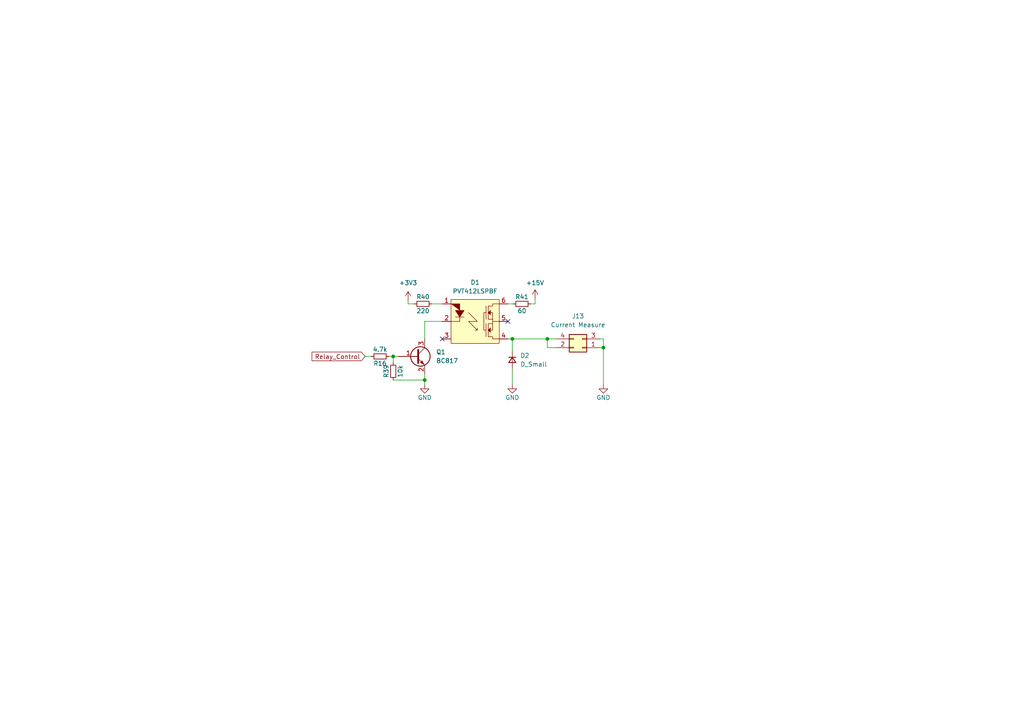
<source format=kicad_sch>
(kicad_sch (version 20211123) (generator eeschema)
  (paper "A4")
  (lib_symbols
    (symbol "Connector_Generic:Conn_02x02_Odd_Even" (pin_names (offset 1.016) hide)
      (property "Reference" "J" (at 1.27 2.54 0))
      (property "Value" "Conn_02x02_Odd_Even" (at 1.27 -5.08 0))
      (symbol "Conn_02x02_Odd_Even_1_1"
        (rectangle (start -1.27 -2.413) (end 0 -2.667) (stroke (width 0.1524)))
        (rectangle (start -1.27 0.127) (end 0 -0.127) (stroke (width 0.1524)))
        (rectangle (start -1.27 1.27) (end 3.81 -3.81) (stroke (width 0.254)) (fill (type background)))
        (rectangle (start 3.81 -2.413) (end 2.54 -2.667) (stroke (width 0.1524)))
        (rectangle (start 3.81 0.127) (end 2.54 -0.127) (stroke (width 0.1524)))
        (pin passive line (at -5.08 0 0) (length 3.81) (name "Pin_1") (number "1"))
        (pin passive line (at 7.62 0 180) (length 3.81) (name "Pin_2") (number "2"))
        (pin passive line (at -5.08 -2.54 0) (length 3.81) (name "Pin_3") (number "3"))
        (pin passive line (at 7.62 -2.54 180) (length 3.81) (name "Pin_4") (number "4"))
      )
    )
    (symbol "Device:D_Small" (pin_numbers hide) (pin_names (offset 0.254) hide)
      (property "Reference" "D" (at -1.27 2.032 0))
      (property "Value" "D_Small" (at -3.81 -2.032 0))
      (symbol "D_Small_0_1"
        (polyline (pts (xy -0.762 -1.016) (xy -0.762 1.016)) (stroke (width 0.254)))
        (polyline (pts (xy -0.762 0) (xy 0.762 0)))
        (polyline (pts (xy 0.762 -1.016) (xy -0.762 0) (xy 0.762 1.016) (xy 0.762 -1.016)) (stroke (width 0.254)))
      )
      (symbol "D_Small_1_1"
        (pin passive line (at -2.54 0 0) (length 1.778) (name "K") (number "1"))
        (pin passive line (at 2.54 0 180) (length 1.778) (name "A") (number "2"))
      )
    )
    (symbol "Device:R_Small" (pin_numbers hide) (pin_names (offset 0.254) hide)
      (property "Reference" "R" (at 0.762 0.508 0))
      (property "Value" "R_Small" (at 0.762 -1.016 0))
      (symbol "R_Small_0_1"
        (rectangle (start -0.762 1.778) (end 0.762 -1.778) (stroke (width 0.2032)))
      )
      (symbol "R_Small_1_1"
        (pin passive line (at 0 2.54 270) (length 0.762) (name "~") (number "1"))
        (pin passive line (at 0 -2.54 90) (length 0.762) (name "~") (number "2"))
      )
    )
    (symbol "Relay_My:PVT412LSPBF"
      (property "Reference" "D" (at 0 1.905 0))
      (property "Value" "PVT412LSPBF" (at 0 -0.635 0))
      (symbol "PVT412LSPBF_0_1"
        (rectangle (start -6.985 -1.905) (end 6.985 -14.605) (fill (type background)))
        (polyline (pts (xy 4.445 -10.16) (xy 3.81 -10.795) (xy 4.445 -11.43) (xy 4.445 -10.16)) (fill (type outline)))
        (polyline (pts (xy 4.445 -5.08) (xy 3.81 -5.715) (xy 4.445 -6.35) (xy 4.445 -5.08)) (fill (type outline)))
        (polyline (pts (xy -6.985 -8.255) (xy -4.445 -8.255) (xy -4.445 -6.985) (xy -5.715 -6.985) (xy -3.175 -6.985)))
        (polyline (pts (xy -6.985 -3.175) (xy -4.445 -3.175) (xy -4.445 -5.08) (xy -5.715 -5.08) (xy -4.445 -6.985) (xy -3.175 -5.08) (xy -4.445 -5.08)) (fill (type outline)))
        (polyline (pts (xy 6.985 -8.255) (xy 5.08 -8.255) (xy 5.08 -5.715) (xy 4.445 -5.715) (xy 5.08 -5.715) (xy 5.08 -10.795) (xy 4.445 -10.795)))
        (polyline (pts (xy -1.905 -5.715) (xy 0.635 -8.255) (xy -1.27 -8.255) (xy -1.905 -8.255) (xy 0.635 -10.795) (xy 0.635 -10.16) (xy 0.635 -10.795) (xy 0 -10.795)))
        (polyline (pts (xy 3.175 -3.81) (xy 3.175 -7.62) (xy 3.175 -5.715) (xy 2.54 -5.715) (xy 2.54 -10.795) (xy 3.175 -10.795) (xy 3.175 -8.89) (xy 3.175 -12.7)))
        (polyline (pts (xy 5.08 -8.89) (xy 3.81 -8.89) (xy 3.81 -12.7) (xy 3.81 -12.7) (xy 4.445 -12.7) (xy 5.08 -12.7) (xy 5.08 -13.335) (xy 6.985 -13.335)))
        (polyline (pts (xy 5.08 -7.62) (xy 3.81 -7.62) (xy 3.81 -3.81) (xy 4.445 -3.81) (xy 5.08 -3.81) (xy 5.08 -3.81) (xy 5.08 -3.175) (xy 6.985 -3.175)))
      )
      (symbol "PVT412LSPBF_1_1"
        (pin input line (at -9.525 -3.175 0) (length 2.54) (name "") (number "1"))
        (pin input line (at -9.525 -8.255 0) (length 2.54) (name "") (number "2"))
        (pin input line (at -9.525 -13.335 0) (length 2.54) (name "") (number "3"))
        (pin input line (at 9.525 -13.335 180) (length 2.54) (name "") (number "4"))
        (pin input line (at 9.525 -8.255 180) (length 2.54) (name "") (number "5"))
        (pin input line (at 9.525 -3.175 180) (length 2.54) (name "") (number "6"))
      )
    )
    (symbol "Transistor_BJT:BC817" (pin_names (offset 0) hide)
      (property "Reference" "Q" (at 5.08 1.905 0))
      (property "Value" "BC817" (at 5.08 0 0))
      (symbol "BC817_0_1"
        (polyline (pts (xy 0.635 0.635) (xy 2.54 2.54)))
        (polyline (pts (xy 0.635 -0.635) (xy 2.54 -2.54) (xy 2.54 -2.54)))
        (polyline (pts (xy 0.635 1.905) (xy 0.635 -1.905) (xy 0.635 -1.905)) (stroke (width 0.508)))
        (polyline (pts (xy 1.27 -1.778) (xy 1.778 -1.27) (xy 2.286 -2.286) (xy 1.27 -1.778) (xy 1.27 -1.778)) (fill (type outline)))
        (circle (center 1.27 0) (radius 2.8194) (stroke (width 0.254)))
      )
      (symbol "BC817_1_1"
        (pin input line (at -5.08 0 0) (length 5.715) (name "B") (number "1"))
        (pin passive line (at 2.54 -5.08 90) (length 2.54) (name "E") (number "2"))
        (pin passive line (at 2.54 5.08 270) (length 2.54) (name "C") (number "3"))
      )
    )
    (symbol "power:+15V" (power) (pin_names (offset 0))
      (property "Value" "+15V" (at 0 3.556 0))
      (symbol "+15V_0_1"
        (polyline (pts (xy -0.762 1.27) (xy 0 2.54)))
        (polyline (pts (xy 0 0) (xy 0 2.54)))
        (polyline (pts (xy 0 2.54) (xy 0.762 1.27)))
      )
      (symbol "+15V_1_1"
        (pin power_in line (at 0 0 90) (length 0) hide (name "+15V") (number "1"))
      )
    )
    (symbol "power:+3.3V" (power) (pin_names (offset 0))
      (property "Value" "+3.3V" (at 0 3.556 0))
      (symbol "+3.3V_0_1"
        (polyline (pts (xy -0.762 1.27) (xy 0 2.54)))
        (polyline (pts (xy 0 0) (xy 0 2.54)))
        (polyline (pts (xy 0 2.54) (xy 0.762 1.27)))
      )
      (symbol "+3.3V_1_1"
        (pin power_in line (at 0 0 90) (length 0) hide (name "+3V3") (number "1"))
      )
    )
    (symbol "power:GND" (power) (pin_names (offset 0))
      (property "Value" "GND" (at 0 -3.81 0))
      (symbol "GND_0_1"
        (polyline (pts (xy 0 0) (xy 0 -1.27) (xy 1.27 -1.27) (xy 0 -2.54) (xy -1.27 -1.27) (xy 0 -1.27)))
      )
      (symbol "GND_1_1"
        (pin power_in line (at 0 0 270) (length 0) hide (name "GND") (number "1"))
      )
    )
  )
  (junction (at 123.19 110.236))
  (junction (at 175.006 100.838))
  (junction (at 148.59 98.298))
  (junction (at 158.75 98.298))
  (junction (at 114.046 103.378))
  (no_connect (at 128.27 98.298))
  (no_connect (at 147.32 93.218))
  (wire (pts (xy 175.006 98.298) (xy 175.006 100.838)))
  (wire (pts (xy 153.924 88.138) (xy 155.194 88.138)))
  (wire (pts (xy 128.27 93.218) (xy 123.19 93.218)))
  (wire (pts (xy 123.19 93.218) (xy 123.19 98.298)))
  (wire (pts (xy 118.364 87.122) (xy 118.364 88.138)))
  (wire (pts (xy 148.59 98.298) (xy 158.75 98.298)))
  (wire (pts (xy 148.59 111.506) (xy 148.59 106.934)))
  (wire (pts (xy 147.32 88.138) (xy 148.844 88.138)))
  (wire (pts (xy 158.75 98.298) (xy 161.29 98.298)))
  (wire (pts (xy 114.046 103.378) (xy 114.046 105.156)))
  (wire (pts (xy 173.99 100.838) (xy 175.006 100.838)))
  (wire (pts (xy 148.59 98.298) (xy 148.59 101.854)))
  (wire (pts (xy 114.046 110.236) (xy 123.19 110.236)))
  (wire (pts (xy 123.19 110.236) (xy 123.19 111.506)))
  (wire (pts (xy 125.222 88.138) (xy 128.27 88.138)))
  (wire (pts (xy 155.194 88.138) (xy 155.194 86.614)))
  (wire (pts (xy 105.918 103.378) (xy 107.696 103.378)))
  (wire (pts (xy 123.19 110.236) (xy 123.19 108.458)))
  (wire (pts (xy 158.75 98.298) (xy 158.75 100.838)))
  (wire (pts (xy 173.99 98.298) (xy 175.006 98.298)))
  (wire (pts (xy 112.776 103.378) (xy 114.046 103.378)))
  (wire (pts (xy 118.364 88.138) (xy 120.142 88.138)))
  (wire (pts (xy 147.32 98.298) (xy 148.59 98.298)))
  (wire (pts (xy 175.006 100.838) (xy 175.006 111.506)))
  (wire (pts (xy 114.046 103.378) (xy 115.57 103.378)))
  (wire (pts (xy 161.29 100.838) (xy 158.75 100.838)))
  (global_label "Relay_Control" (shape input) (at 105.918 103.378 180) (property "Intersheet References" "${INTERSHEET_REFS}" (effects hide)))
  (symbol (lib_id "power:GND") (at 148.59 111.506 0) (unit 1)
    (property "Reference" "#PWR032" (effects hide))
    (property "Value" "GND" (at 148.59 115.316 0))
  )
  (symbol (lib_id "Relay_My:PVT412LSPBF") (at 137.795 84.963 0) (unit 1)
    (property "Reference" "D1" (at 137.795 81.915 0))
    (property "Value" "PVT412LSPBF" (at 137.795 84.455 0))
    (property "Footprint" "Package_DIP:DIP-6_W8.89mm_SMDSocket_LongPads" (effects hide))
  )
  (symbol (lib_id "Device:R_Small") (at 110.236 103.378 90) (unit 1)
    (property "Reference" "R16" (at 110.236 105.41 90))
    (property "Value" "4.7k" (at 110.236 101.346 90))
    (property "Footprint" "Resistor_SMD:R_0805_2012Metric_Pad1.20x1.40mm_HandSolder" (effects hide))
  )
  (symbol (lib_id "Device:R_Small") (at 151.384 88.138 270) (unit 1)
    (property "Reference" "R41" (at 151.384 86.106 90))
    (property "Value" "60" (at 151.384 90.17 90))
    (property "Footprint" "Resistor_SMD:R_0805_2012Metric_Pad1.20x1.40mm_HandSolder" (effects hide))
  )
  (symbol (lib_id "Transistor_BJT:BC817") (at 120.65 103.378 0) (unit 1)
    (property "Reference" "Q1" (at 126.492 102.1079 0) (effects (justify left)))
    (property "Value" "BC817" (at 126.492 104.6479 0) (effects (justify left)))
    (property "Footprint" "Package_TO_SOT_SMD:SOT-23" (effects hide))
    (property "Datasheet" "https://www.onsemi.com/pub/Collateral/BC818-D.pdf" (effects hide))
  )
  (symbol (lib_id "power:+3.3V") (at 118.364 87.122 0) (unit 1)
    (property "Reference" "#PWR023" (effects hide))
    (property "Value" "+3.3V" (at 118.364 82.042 0))
  )
  (symbol (lib_id "Connector_Generic:Conn_02x02_Odd_Even") (at 168.91 100.838 180) (unit 1)
    (property "Reference" "J13" (at 167.64 91.694 0))
    (property "Value" "Current Measure" (at 167.64 94.234 0))
    (property "Footprint" "Connector_Molex:Molex_Micro-Fit_3.0_43045-0400_2x02_P3.00mm_Horizontal" (effects hide))
  )
  (symbol (lib_id "power:GND") (at 123.19 111.506 0) (unit 1)
    (property "Reference" "#PWR026" (effects hide))
    (property "Value" "GND" (at 123.19 115.316 0))
  )
  (symbol (lib_id "Device:D_Small") (at 148.59 104.394 270) (unit 1)
    (property "Reference" "D2" (at 150.876 103.1239 90) (effects (justify left)))
    (property "Value" "D_Small" (at 150.876 105.6639 90) (effects (justify left)))
    (property "Footprint" "Diode_SMD:D_SOD-323F" (effects hide))
  )
  (symbol (lib_id "power:GND") (at 175.006 111.506 0) (unit 1)
    (property "Reference" "#PWR034" (effects hide))
    (property "Value" "GND" (at 175.006 115.316 0))
  )
  (symbol (lib_id "Device:R_Small") (at 122.682 88.138 270) (unit 1)
    (property "Reference" "R40" (at 122.682 86.106 90))
    (property "Value" "220" (at 122.682 90.17 90))
    (property "Footprint" "Resistor_SMD:R_0805_2012Metric_Pad1.20x1.40mm_HandSolder" (effects hide))
  )
  (symbol (lib_id "Device:R_Small") (at 114.046 107.696 0) (unit 1)
    (property "Reference" "R39" (at 112.014 107.696 90))
    (property "Value" "10k" (at 116.078 107.696 90))
    (property "Footprint" "Resistor_SMD:R_0805_2012Metric_Pad1.20x1.40mm_HandSolder" (effects hide))
  )
  (symbol (lib_id "power:+15V") (at 155.194 86.614 0) (unit 1)
    (property "Reference" "#PWR033" (effects hide))
    (property "Value" "+15V" (at 155.194 82.042 0))
  )
)
</source>
